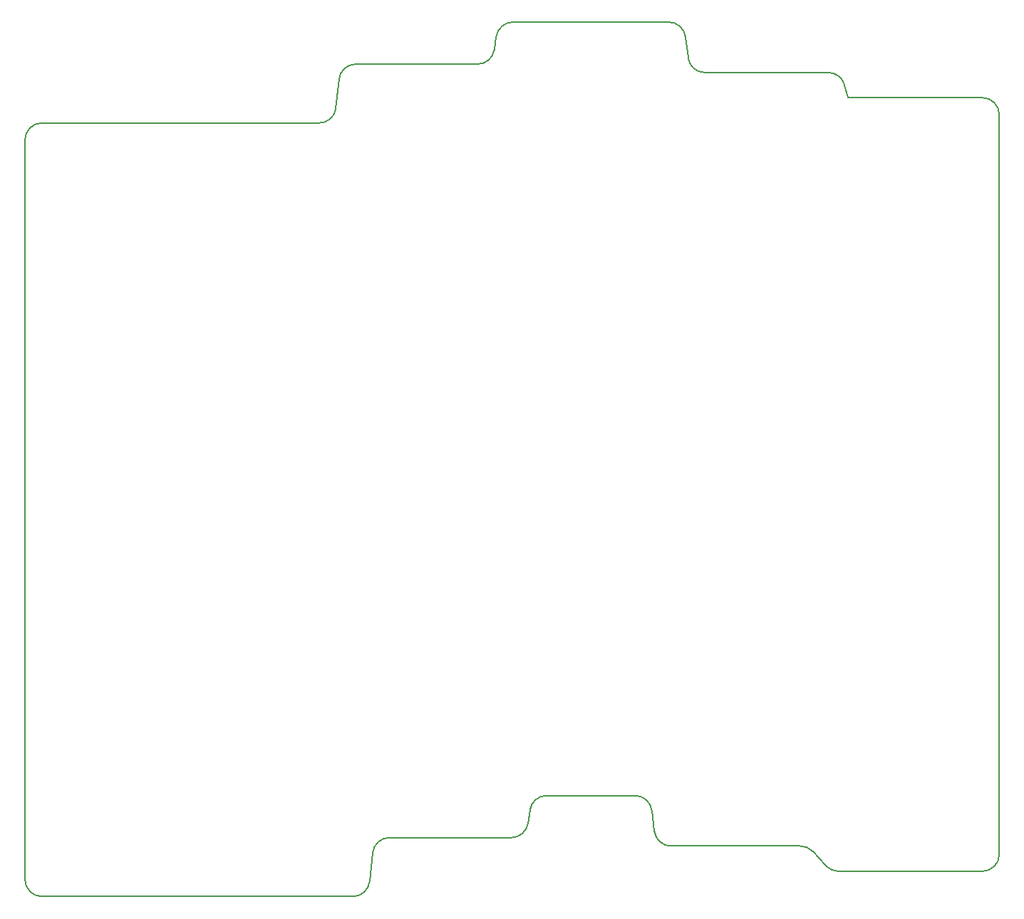
<source format=gbr>
%TF.GenerationSoftware,KiCad,Pcbnew,7.0.8*%
%TF.CreationDate,2024-07-17T12:42:57-03:00*%
%TF.ProjectId,left,6c656674-2e6b-4696-9361-645f70636258,v1.0.0*%
%TF.SameCoordinates,Original*%
%TF.FileFunction,Profile,NP*%
%FSLAX46Y46*%
G04 Gerber Fmt 4.6, Leading zero omitted, Abs format (unit mm)*
G04 Created by KiCad (PCBNEW 7.0.8) date 2024-07-17 12:42:57*
%MOMM*%
%LPD*%
G01*
G04 APERTURE LIST*
%TA.AperFunction,Profile*%
%ADD10C,0.150000*%
%TD*%
G04 APERTURE END LIST*
D10*
X167781045Y-60748065D02*
G75*
G03*
X169765564Y-62499999I1984555J248065D01*
G01*
X167468955Y-58251935D02*
G75*
G03*
X165484436Y-56500001I-1984555J-248065D01*
G01*
X204750000Y-67500000D02*
X204750000Y-155500000D01*
X146972375Y-56499975D02*
G75*
G03*
X144994502Y-58203319I25J-2000025D01*
G01*
X163781045Y-152748065D02*
G75*
G03*
X165765564Y-154499999I1984555J248065D01*
G01*
X128297161Y-61500000D02*
X142777625Y-61500000D01*
X128297161Y-61499962D02*
G75*
G03*
X126308543Y-63286934I39J-2000038D01*
G01*
X142777625Y-61500025D02*
G75*
G03*
X144755498Y-59796681I-25J2000025D01*
G01*
X130308543Y-155286934D02*
X129941457Y-158713066D01*
X169765564Y-62500000D02*
X184438498Y-62500000D01*
X91000000Y-160500000D02*
X127952839Y-160500000D01*
X132297161Y-153499962D02*
G75*
G03*
X130308543Y-155286934I39J-2000038D01*
G01*
X150972375Y-148499975D02*
G75*
G03*
X148994502Y-150203319I25J-2000025D01*
G01*
X163781009Y-152748069D02*
X163468991Y-150251931D01*
X125941457Y-66713066D02*
X126308543Y-63286934D01*
X167468991Y-58251931D02*
X167781009Y-60748069D01*
X202750000Y-157500000D02*
X185629803Y-157500000D01*
X184155495Y-156851449D02*
X182594505Y-155148551D01*
X91000000Y-68500000D02*
G75*
G03*
X89000000Y-70500000I0J-2000000D01*
G01*
X184155493Y-156851451D02*
G75*
G03*
X185629803Y-157500000I1474307J1351451D01*
G01*
X89000000Y-158500000D02*
G75*
G03*
X91000000Y-160500000I2000000J0D01*
G01*
X186378767Y-64014868D02*
X186750100Y-65500000D01*
X148994502Y-150203319D02*
X148755498Y-151796681D01*
X146972375Y-56500000D02*
X165484436Y-56500000D01*
X204750000Y-67500000D02*
G75*
G03*
X202750000Y-65500000I-2000000J0D01*
G01*
X146777625Y-153500000D02*
X132297161Y-153500000D01*
X91000000Y-68500000D02*
X123952839Y-68500000D01*
X127952839Y-160500038D02*
G75*
G03*
X129941457Y-158713066I-39J2000038D01*
G01*
X161484436Y-148500000D02*
X150972375Y-148500000D01*
X202750000Y-157500000D02*
G75*
G03*
X204750000Y-155500000I0J2000000D01*
G01*
X123952839Y-68500038D02*
G75*
G03*
X125941457Y-66713066I-39J2000038D01*
G01*
X89000000Y-158500000D02*
X89000000Y-70500000D01*
X144755498Y-59796681D02*
X144994502Y-58203319D01*
X182594507Y-155148549D02*
G75*
G03*
X181120197Y-154500000I-1474307J-1351451D01*
G01*
X186750100Y-65500000D02*
X202750000Y-65500000D01*
X163468955Y-150251935D02*
G75*
G03*
X161484436Y-148500001I-1984555J-248065D01*
G01*
X181120197Y-154500000D02*
X165765564Y-154500000D01*
X146777625Y-153500025D02*
G75*
G03*
X148755498Y-151796681I-25J2000025D01*
G01*
X186378769Y-64014868D02*
G75*
G03*
X184438498Y-62500001I-1940269J-485132D01*
G01*
M02*

</source>
